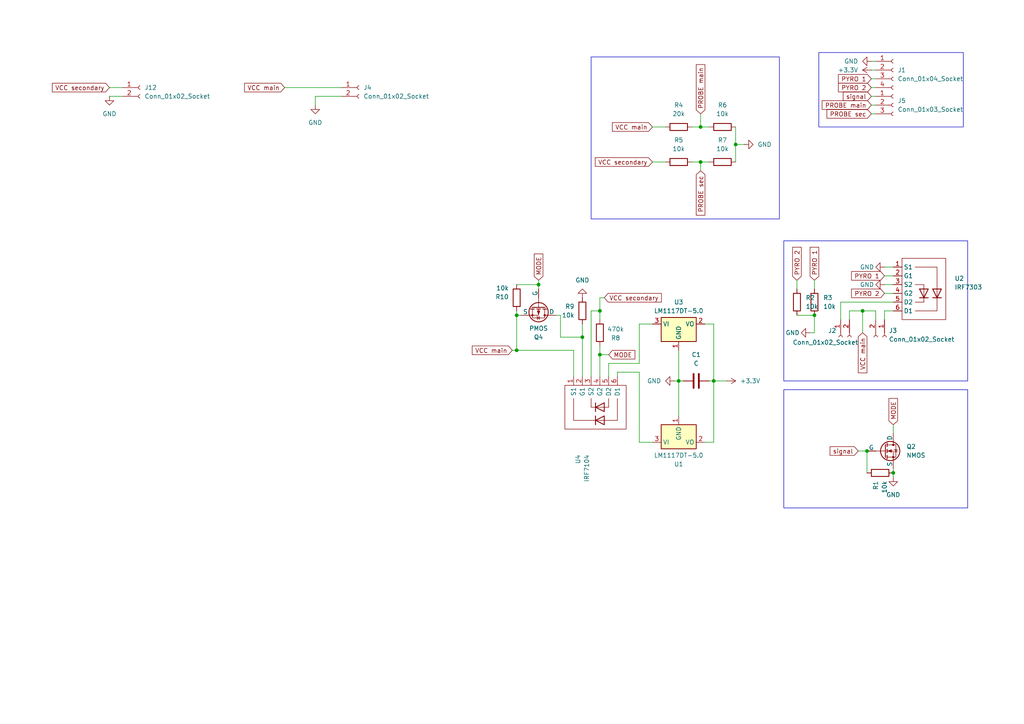
<source format=kicad_sch>
(kicad_sch (version 20250114) (generator "eeschema") (generator_version "9.0")
  (paper "A4")
  (lib_symbols
    (symbol "Connector:Conn_01x02_Socket" (pin_names (offset 1.016) (hide yes))
      (property "Reference" "J" (at 0 2.54 0))
      (property "Value" "Conn_01x02_Socket" (at 0 -5.08 0))
      (symbol "Conn_01x02_Socket_1_1"
        (polyline (pts (xy -1.27 0) (xy -0.508 0)) (stroke (width 0.1524)))
        (polyline (pts (xy -1.27 -2.54) (xy -0.508 -2.54)) (stroke (width 0.1524)))
        (arc (start 0 -0.508) (mid -0.5058 0) (end 0 0.508) (stroke (width 0.1524)))
        (arc (start 0 -3.048) (mid -0.5058 -2.54) (end 0 -2.032) (stroke (width 0.1524)))
        (pin passive line (at -5.08 0 0) (length 3.81) (name "Pin_1") (number "1"))
        (pin passive line (at -5.08 -2.54 0) (length 3.81) (name "Pin_2") (number "2"))
      )
    )
    (symbol "Connector:Conn_01x03_Socket" (pin_names (offset 1.016) (hide yes))
      (property "Reference" "J" (at 0 5.08 0))
      (property "Value" "Conn_01x03_Socket" (at 0 -5.08 0))
      (symbol "Conn_01x03_Socket_1_1"
        (polyline (pts (xy -1.27 2.54) (xy -0.508 2.54)) (stroke (width 0.1524)))
        (polyline (pts (xy -1.27 0) (xy -0.508 0)) (stroke (width 0.1524)))
        (polyline (pts (xy -1.27 -2.54) (xy -0.508 -2.54)) (stroke (width 0.1524)))
        (arc (start 0 2.032) (mid -0.5058 2.54) (end 0 3.048) (stroke (width 0.1524)))
        (arc (start 0 -0.508) (mid -0.5058 0) (end 0 0.508) (stroke (width 0.1524)))
        (arc (start 0 -3.048) (mid -0.5058 -2.54) (end 0 -2.032) (stroke (width 0.1524)))
        (pin passive line (at -5.08 2.54 0) (length 3.81) (name "Pin_1") (number "1"))
        (pin passive line (at -5.08 0 0) (length 3.81) (name "Pin_2") (number "2"))
        (pin passive line (at -5.08 -2.54 0) (length 3.81) (name "Pin_3") (number "3"))
      )
    )
    (symbol "Connector:Conn_01x04_Socket" (pin_names (offset 1.016) (hide yes))
      (property "Reference" "J" (at 0 5.08 0))
      (property "Value" "Conn_01x04_Socket" (at 0 -7.62 0))
      (symbol "Conn_01x04_Socket_1_1"
        (polyline (pts (xy -1.27 2.54) (xy -0.508 2.54)) (stroke (width 0.1524)))
        (polyline (pts (xy -1.27 0) (xy -0.508 0)) (stroke (width 0.1524)))
        (polyline (pts (xy -1.27 -2.54) (xy -0.508 -2.54)) (stroke (width 0.1524)))
        (polyline (pts (xy -1.27 -5.08) (xy -0.508 -5.08)) (stroke (width 0.1524)))
        (arc (start 0 2.032) (mid -0.5058 2.54) (end 0 3.048) (stroke (width 0.1524)))
        (arc (start 0 -0.508) (mid -0.5058 0) (end 0 0.508) (stroke (width 0.1524)))
        (arc (start 0 -3.048) (mid -0.5058 -2.54) (end 0 -2.032) (stroke (width 0.1524)))
        (arc (start 0 -5.588) (mid -0.5058 -5.08) (end 0 -4.572) (stroke (width 0.1524)))
        (pin passive line (at -5.08 2.54 0) (length 3.81) (name "Pin_1") (number "1"))
        (pin passive line (at -5.08 0 0) (length 3.81) (name "Pin_2") (number "2"))
        (pin passive line (at -5.08 -2.54 0) (length 3.81) (name "Pin_3") (number "3"))
        (pin passive line (at -5.08 -5.08 0) (length 3.81) (name "Pin_4") (number "4"))
      )
    )
    (symbol "Device:C" (pin_numbers (hide yes)) (pin_names (offset 0.254))
      (property "Reference" "C" (at 0.635 2.54 0))
      (property "Value" "C" (at 0.635 -2.54 0))
      (symbol "C_0_1"
        (polyline (pts (xy -2.032 0.762) (xy 2.032 0.762)) (stroke (width 0.508)))
        (polyline (pts (xy -2.032 -0.762) (xy 2.032 -0.762)) (stroke (width 0.508)))
      )
      (symbol "C_1_1"
        (pin passive line (at 0 3.81 270) (length 2.794) (name "~") (number "1"))
        (pin passive line (at 0 -3.81 90) (length 2.794) (name "~") (number "2"))
      )
    )
    (symbol "Device:R" (pin_numbers (hide yes)) (pin_names (offset 0))
      (property "Reference" "R" (at 2.032 0 90))
      (property "Value" "R" (at 0 0 90))
      (symbol "R_0_1"
        (rectangle (start -1.016 -2.54) (end 1.016 2.54) (stroke (width 0.254)))
      )
      (symbol "R_1_1"
        (pin passive line (at 0 3.81 270) (length 1.27) (name "~") (number "1"))
        (pin passive line (at 0 -3.81 90) (length 1.27) (name "~") (number "2"))
      )
    )
    (symbol "Regulator_Linear:LM1117DT-5.0"
      (property "Reference" "U" (at -3.81 3.175 0))
      (property "Value" "LM1117DT-5.0" (at 0 3.175 0))
      (symbol "LM1117DT-5.0_0_1"
        (rectangle (start -5.08 -5.08) (end 5.08 1.905) (stroke (width 0.254)) (fill (type background)))
      )
      (symbol "LM1117DT-5.0_1_1"
        (pin power_in line (at -7.62 0 0) (length 2.54) (name "VI") (number "3"))
        (pin power_in line (at 0 -7.62 90) (length 2.54) (name "GND") (number "1"))
        (pin power_out line (at 7.62 0 180) (length 2.54) (name "VO") (number "2"))
      )
    )
    (symbol "Simulation_SPICE:NMOS" (pin_numbers (hide yes)) (pin_names (offset 0))
      (property "Reference" "Q" (at 5.08 1.27 0))
      (property "Value" "NMOS" (at 5.08 -1.27 0))
      (symbol "NMOS_0_1"
        (polyline (pts (xy 0.254 1.905) (xy 0.254 -1.905)) (stroke (width 0.254)))
        (polyline (pts (xy 0.254 0) (xy -2.54 0)))
        (polyline (pts (xy 0.762 2.286) (xy 0.762 1.27)) (stroke (width 0.254)))
        (polyline (pts (xy 0.762 0.508) (xy 0.762 -0.508)) (stroke (width 0.254)))
        (polyline (pts (xy 0.762 -1.27) (xy 0.762 -2.286)) (stroke (width 0.254)))
        (polyline (pts (xy 0.762 -1.778) (xy 3.302 -1.778) (xy 3.302 1.778) (xy 0.762 1.778)))
        (polyline (pts (xy 1.016 0) (xy 2.032 0.381) (xy 2.032 -0.381) (xy 1.016 0)) (fill (type outline)))
        (circle (center 1.651 0) (radius 2.794) (stroke (width 0.254)))
        (polyline (pts (xy 2.54 2.54) (xy 2.54 1.778)))
        (circle (center 2.54 1.778) (radius 0.254) (fill (type outline)))
        (circle (center 2.54 -1.778) (radius 0.254) (fill (type outline)))
        (polyline (pts (xy 2.54 -2.54) (xy 2.54 0) (xy 0.762 0)))
        (polyline (pts (xy 2.794 0.508) (xy 2.921 0.381) (xy 3.683 0.381) (xy 3.81 0.254)))
        (polyline (pts (xy 3.302 0.381) (xy 2.921 -0.254) (xy 3.683 -0.254) (xy 3.302 0.381)))
      )
      (symbol "NMOS_1_1"
        (pin input line (at -5.08 0 0) (length 2.54) (name "G") (number "2"))
        (pin passive line (at 2.54 5.08 270) (length 2.54) (name "D") (number "1"))
        (pin passive line (at 2.54 -5.08 90) (length 2.54) (name "S") (number "3"))
      )
    )
    (symbol "Simulation_SPICE:PMOS" (pin_numbers (hide yes)) (pin_names (offset 0))
      (property "Reference" "Q" (at 5.08 1.27 0))
      (property "Value" "PMOS" (at 5.08 -1.27 0))
      (symbol "PMOS_0_1"
        (polyline (pts (xy 0.254 1.905) (xy 0.254 -1.905)) (stroke (width 0.254)))
        (polyline (pts (xy 0.254 0) (xy -2.54 0)))
        (polyline (pts (xy 0.762 2.286) (xy 0.762 1.27)) (stroke (width 0.254)))
        (polyline (pts (xy 0.762 1.778) (xy 3.302 1.778) (xy 3.302 -1.778) (xy 0.762 -1.778)))
        (polyline (pts (xy 0.762 0.508) (xy 0.762 -0.508)) (stroke (width 0.254)))
        (polyline (pts (xy 0.762 -1.27) (xy 0.762 -2.286)) (stroke (width 0.254)))
        (circle (center 1.651 0) (radius 2.794) (stroke (width 0.254)))
        (polyline (pts (xy 2.286 0) (xy 1.27 0.381) (xy 1.27 -0.381) (xy 2.286 0)) (fill (type outline)))
        (polyline (pts (xy 2.54 2.54) (xy 2.54 1.778)))
        (circle (center 2.54 1.778) (radius 0.254) (fill (type outline)))
        (circle (center 2.54 -1.778) (radius 0.254) (fill (type outline)))
        (polyline (pts (xy 2.54 -2.54) (xy 2.54 0) (xy 0.762 0)))
        (polyline (pts (xy 2.794 -0.508) (xy 2.921 -0.381) (xy 3.683 -0.381) (xy 3.81 -0.254)))
        (polyline (pts (xy 3.302 -0.381) (xy 2.921 0.254) (xy 3.683 0.254) (xy 3.302 -0.381)))
      )
      (symbol "PMOS_1_1"
        (pin input line (at -5.08 0 0) (length 2.54) (name "G") (number "2"))
        (pin passive line (at 2.54 5.08 270) (length 2.54) (name "D") (number "1"))
        (pin passive line (at 2.54 -5.08 90) (length 2.54) (name "S") (number "3"))
      )
    )
    (symbol "Transistor_FET:IRF7104"
      (property "Reference" "U" (at -5.588 4.318 0))
      (property "Value" "dual P channel mosfet" (at 6.858 8.636 0))
      (symbol "IRF7104_0_1"
        (rectangle (start 3.81 6.35) (end 16.51 -11.43))
        (polyline (pts (xy 7.62 -1.27) (xy 10.16 -1.27) (xy 10.16 -2.54)))
        (polyline (pts (xy 7.62 -6.35) (xy 10.16 -6.35)))
        (polyline (pts (xy 8.89 -2.54) (xy 11.43 -2.54)) (stroke (width 0.254)))
        (polyline (pts (xy 8.89 -5.08) (xy 11.43 -5.08) (xy 10.16 -2.54) (xy 8.89 -5.08)) (stroke (width 0.254)))
        (polyline (pts (xy 10.16 -2.54) (xy 10.16 -5.08)))
        (polyline (pts (xy 10.16 -5.08) (xy 10.16 -6.35)))
        (polyline (pts (xy 10.16 -6.35) (xy 10.16 -6.35)))
        (polyline (pts (xy 12.7 -2.54) (xy 15.24 -2.54)) (stroke (width 0.254)))
        (polyline (pts (xy 12.7 -5.08) (xy 15.24 -5.08) (xy 13.97 -2.54) (xy 12.7 -5.08)) (stroke (width 0.254)))
        (polyline (pts (xy 13.97 -2.54) (xy 13.97 -5.08)))
        (polyline (pts (xy 13.97 -2.54) (xy 13.97 3.81) (xy 7.62 3.81)))
        (polyline (pts (xy 13.97 -5.08) (xy 13.97 -8.89) (xy 7.62 -8.89)))
      )
      (symbol "IRF7104_1_1"
        (pin input line (at 1.27 3.81 0) (length 2.54) (name "S1") (number "1"))
        (pin input line (at 1.27 1.27 0) (length 2.54) (name "G1") (number "2"))
        (pin input line (at 1.27 -1.27 0) (length 2.54) (name "S2") (number "3"))
        (pin input line (at 1.27 -3.81 0) (length 2.54) (name "G2") (number "4"))
        (pin input line (at 1.27 -6.35 0) (length 2.54) (name "D2") (number "5"))
        (pin input line (at 1.27 -8.89 0) (length 2.54) (name "D1") (number "6"))
      )
    )
    (symbol "Transistor_FET:IRF7303"
      (property "Reference" "U" (at -5.588 4.318 0))
      (property "Value" "dual N channel mosfet" (at 7.366 8.128 0))
      (symbol "IRF7303_0_1"
        (rectangle (start 3.81 6.35) (end 16.51 -11.43))
        (polyline (pts (xy 7.62 -1.27) (xy 10.16 -1.27) (xy 10.16 -2.54)))
        (polyline (pts (xy 7.62 -6.35) (xy 10.16 -6.35)))
        (polyline (pts (xy 8.89 -2.54) (xy 11.43 -2.54) (xy 10.16 -5.08) (xy 8.89 -2.54)) (stroke (width 0.254)))
        (polyline (pts (xy 8.89 -5.08) (xy 11.43 -5.08)) (stroke (width 0.254)))
        (polyline (pts (xy 10.16 -2.54) (xy 10.16 -5.08)))
        (polyline (pts (xy 10.16 -5.08) (xy 10.16 -6.35)))
        (polyline (pts (xy 10.16 -6.35) (xy 10.16 -6.35)))
        (polyline (pts (xy 12.7 -2.54) (xy 15.24 -2.54) (xy 13.97 -5.08) (xy 12.7 -2.54)) (stroke (width 0.254)))
        (polyline (pts (xy 12.7 -5.08) (xy 15.24 -5.08)) (stroke (width 0.254)))
        (polyline (pts (xy 13.97 -2.54) (xy 13.97 -5.08)))
        (polyline (pts (xy 13.97 -2.54) (xy 13.97 3.81) (xy 7.62 3.81)))
        (polyline (pts (xy 13.97 -5.08) (xy 13.97 -8.89) (xy 7.62 -8.89)))
      )
      (symbol "IRF7303_1_1"
        (pin input line (at 1.27 3.81 0) (length 2.54) (name "S1") (number "1"))
        (pin input line (at 1.27 1.27 0) (length 2.54) (name "G1") (number "2"))
        (pin input line (at 1.27 -1.27 0) (length 2.54) (name "S2") (number "3"))
        (pin input line (at 1.27 -3.81 0) (length 2.54) (name "G2") (number "4"))
        (pin input line (at 1.27 -6.35 0) (length 2.54) (name "D2") (number "5"))
        (pin input line (at 1.27 -8.89 0) (length 2.54) (name "D1") (number "6"))
      )
    )
    (symbol "power:+3.3V" (power) (pin_numbers (hide yes)) (pin_names (offset 0) (hide yes))
      (property "Value" "+3.3V" (at 0 3.556 0))
      (symbol "+3.3V_0_1"
        (polyline (pts (xy -0.762 1.27) (xy 0 2.54)))
        (polyline (pts (xy 0 2.54) (xy 0.762 1.27)))
        (polyline (pts (xy 0 0) (xy 0 2.54)))
      )
      (symbol "+3.3V_1_1"
        (pin power_in line (at 0 0 90) (length 0) (name "~") (number "1"))
      )
    )
    (symbol "power:GND" (power) (pin_numbers (hide yes)) (pin_names (offset 0) (hide yes))
      (property "Value" "GND" (at 0 -3.81 0))
      (symbol "GND_0_1"
        (polyline (pts (xy 0 0) (xy 0 -1.27) (xy 1.27 -1.27) (xy 0 -2.54) (xy -1.27 -1.27) (xy 0 -1.27)))
      )
      (symbol "GND_1_1"
        (pin power_in line (at 0 0 270) (length 0) (name "~") (number "1"))
      )
    )
  )
  (rectangle (start 227.33 113.03) (end 280.67 147.32))
  (rectangle (start 171.45 16.51) (end 226.06 63.5))
  (rectangle (start 237.49 15.24) (end 279.4 36.83))
  (rectangle (start 227.33 69.85) (end 280.67 110.49))
  (junction (at 251.46 130.81))
  (junction (at 196.85 110.49))
  (junction (at 207.01 110.49))
  (junction (at 259.08 137.16))
  (junction (at 173.99 90.17))
  (junction (at 149.86 91.44))
  (junction (at 236.22 91.44))
  (junction (at 203.2 46.99))
  (junction (at 156.21 82.55))
  (junction (at 203.2 36.83))
  (junction (at 168.91 97.79))
  (junction (at 149.86 101.6))
  (junction (at 173.99 102.87))
  (junction (at 213.36 41.91))
  (junction (at 250.19 90.17))
  (wire (pts (xy 195.58 110.49) (xy 196.85 110.49)))
  (wire (pts (xy 236.22 91.44) (xy 236.22 96.52)))
  (wire (pts (xy 205.74 110.49) (xy 207.01 110.49)))
  (wire (pts (xy 151.13 91.44) (xy 149.86 91.44)))
  (wire (pts (xy 196.85 101.6) (xy 196.85 110.49)))
  (wire (pts (xy 156.21 81.28) (xy 156.21 82.55)))
  (wire (pts (xy 176.53 105.41) (xy 176.53 109.22)))
  (wire (pts (xy 207.01 93.98) (xy 204.47 93.98)))
  (wire (pts (xy 254 22.86) (xy 252.73 22.86)))
  (wire (pts (xy 200.66 46.99) (xy 203.2 46.99)))
  (wire (pts (xy 259.08 135.89) (xy 259.08 137.16)))
  (wire (pts (xy 179.07 109.22) (xy 179.07 107.95)))
  (wire (pts (xy 189.23 46.99) (xy 193.04 46.99)))
  (wire (pts (xy 254 30.48) (xy 252.73 30.48)))
  (wire (pts (xy 185.42 107.95) (xy 185.42 128.27)))
  (wire (pts (xy 162.56 91.44) (xy 162.56 97.79)))
  (wire (pts (xy 243.84 87.63) (xy 259.08 87.63)))
  (wire (pts (xy 168.91 93.98) (xy 168.91 97.79)))
  (wire (pts (xy 213.36 41.91) (xy 215.9 41.91)))
  (wire (pts (xy 173.99 90.17) (xy 173.99 86.36)))
  (wire (pts (xy 256.54 80.01) (xy 259.08 80.01)))
  (wire (pts (xy 149.86 82.55) (xy 156.21 82.55)))
  (wire (pts (xy 156.21 82.55) (xy 156.21 83.82)))
  (wire (pts (xy 254 17.78) (xy 252.73 17.78)))
  (wire (pts (xy 166.37 109.22) (xy 166.37 101.6)))
  (wire (pts (xy 236.22 96.52) (xy 234.95 96.52)))
  (wire (pts (xy 250.19 90.17) (xy 246.38 90.17)))
  (wire (pts (xy 82.55 25.4) (xy 99.06 25.4)))
  (wire (pts (xy 173.99 102.87) (xy 176.53 102.87)))
  (wire (pts (xy 213.36 41.91) (xy 213.36 46.99)))
  (wire (pts (xy 161.29 91.44) (xy 162.56 91.44)))
  (wire (pts (xy 251.46 137.16) (xy 251.46 130.81)))
  (wire (pts (xy 149.86 90.17) (xy 149.86 91.44)))
  (wire (pts (xy 256.54 90.17) (xy 259.08 90.17)))
  (wire (pts (xy 243.84 92.71) (xy 243.84 87.63)))
  (wire (pts (xy 254 90.17) (xy 250.19 90.17)))
  (wire (pts (xy 259.08 123.19) (xy 259.08 125.73)))
  (wire (pts (xy 185.42 93.98) (xy 185.42 105.41)))
  (wire (pts (xy 196.85 110.49) (xy 196.85 120.65)))
  (wire (pts (xy 236.22 81.28) (xy 236.22 83.82)))
  (wire (pts (xy 213.36 36.83) (xy 213.36 41.91)))
  (wire (pts (xy 256.54 82.55) (xy 259.08 82.55)))
  (wire (pts (xy 207.01 110.49) (xy 210.82 110.49)))
  (wire (pts (xy 256.54 77.47) (xy 259.08 77.47)))
  (wire (pts (xy 91.44 27.94) (xy 91.44 30.48)))
  (wire (pts (xy 185.42 93.98) (xy 189.23 93.98)))
  (wire (pts (xy 204.47 128.27) (xy 207.01 128.27)))
  (wire (pts (xy 254 25.4) (xy 252.73 25.4)))
  (wire (pts (xy 246.38 90.17) (xy 246.38 92.71)))
  (wire (pts (xy 256.54 92.71) (xy 256.54 90.17)))
  (wire (pts (xy 207.01 110.49) (xy 207.01 128.27)))
  (wire (pts (xy 256.54 85.09) (xy 259.08 85.09)))
  (wire (pts (xy 173.99 100.33) (xy 173.99 102.87)))
  (wire (pts (xy 207.01 93.98) (xy 207.01 110.49)))
  (wire (pts (xy 173.99 86.36) (xy 175.26 86.36)))
  (wire (pts (xy 31.75 25.4) (xy 35.56 25.4)))
  (wire (pts (xy 149.86 101.6) (xy 148.59 101.6)))
  (wire (pts (xy 196.85 110.49) (xy 198.12 110.49)))
  (wire (pts (xy 189.23 36.83) (xy 193.04 36.83)))
  (wire (pts (xy 171.45 109.22) (xy 171.45 90.17)))
  (wire (pts (xy 31.75 27.94) (xy 35.56 27.94)))
  (wire (pts (xy 231.14 81.28) (xy 231.14 83.82)))
  (wire (pts (xy 203.2 36.83) (xy 205.74 36.83)))
  (wire (pts (xy 99.06 27.94) (xy 91.44 27.94)))
  (wire (pts (xy 259.08 137.16) (xy 259.08 138.43)))
  (wire (pts (xy 231.14 91.44) (xy 236.22 91.44)))
  (wire (pts (xy 168.91 97.79) (xy 168.91 109.22)))
  (wire (pts (xy 254 27.94) (xy 252.73 27.94)))
  (wire (pts (xy 185.42 105.41) (xy 176.53 105.41)))
  (wire (pts (xy 171.45 90.17) (xy 173.99 90.17)))
  (wire (pts (xy 254 33.02) (xy 252.73 33.02)))
  (wire (pts (xy 254 92.71) (xy 254 90.17)))
  (wire (pts (xy 203.2 46.99) (xy 205.74 46.99)))
  (wire (pts (xy 200.66 36.83) (xy 203.2 36.83)))
  (wire (pts (xy 173.99 109.22) (xy 173.99 102.87)))
  (wire (pts (xy 149.86 91.44) (xy 149.86 101.6)))
  (wire (pts (xy 250.19 90.17) (xy 250.19 96.52)))
  (wire (pts (xy 179.07 107.95) (xy 185.42 107.95)))
  (wire (pts (xy 162.56 97.79) (xy 168.91 97.79)))
  (wire (pts (xy 173.99 92.71) (xy 173.99 90.17)))
  (wire (pts (xy 166.37 101.6) (xy 149.86 101.6)))
  (wire (pts (xy 254 20.32) (xy 252.73 20.32)))
  (wire (pts (xy 248.92 130.81) (xy 251.46 130.81)))
  (wire (pts (xy 185.42 128.27) (xy 189.23 128.27)))
  (wire (pts (xy 203.2 46.99) (xy 203.2 49.53)))
  (wire (pts (xy 203.2 33.02) (xy 203.2 36.83)))
  (global_label "MODE" (shape input) (at 176.53 102.87 0) (property "Intersheetrefs" "${INTERSHEET_REFS}" (effects (hide yes))))
  (global_label "signal" (shape input) (at 248.92 130.81 180) (property "Intersheetrefs" "${INTERSHEET_REFS}" (effects (hide yes))))
  (global_label "PYRO 2" (shape input) (at 231.14 81.28 90) (property "Intersheetrefs" "${INTERSHEET_REFS}" (effects (hide yes))))
  (global_label "PROBE sec" (shape input) (at 203.2 49.53 270) (property "Intersheetrefs" "${INTERSHEET_REFS}" (effects (hide yes))))
  (global_label "PYRO 1" (shape input) (at 252.73 22.86 180) (property "Intersheetrefs" "${INTERSHEET_REFS}" (effects (hide yes))))
  (global_label "VCC main" (shape input) (at 82.55 25.4 180) (property "Intersheetrefs" "${INTERSHEET_REFS}" (effects (hide yes))))
  (global_label "PROBE sec" (shape input) (at 252.73 33.02 180) (property "Intersheetrefs" "${INTERSHEET_REFS}" (effects (hide yes))))
  (global_label "PYRO 1" (shape input) (at 236.22 81.28 90) (property "Intersheetrefs" "${INTERSHEET_REFS}" (effects (hide yes))))
  (global_label "VCC secondary" (shape input) (at 31.75 25.4 180) (property "Intersheetrefs" "${INTERSHEET_REFS}" (effects (hide yes))))
  (global_label "PROBE main" (shape input) (at 252.73 30.48 180) (property "Intersheetrefs" "${INTERSHEET_REFS}" (effects (hide yes))))
  (global_label "PYRO 2" (shape input) (at 256.54 85.09 180) (property "Intersheetrefs" "${INTERSHEET_REFS}" (effects (hide yes))))
  (global_label "VCC main" (shape input) (at 250.19 96.52 270) (property "Intersheetrefs" "${INTERSHEET_REFS}" (effects (hide yes))))
  (global_label "MODE" (shape input) (at 259.08 123.19 90) (property "Intersheetrefs" "${INTERSHEET_REFS}" (effects (hide yes))))
  (global_label "signal" (shape input) (at 252.73 27.94 180) (property "Intersheetrefs" "${INTERSHEET_REFS}" (effects (hide yes))))
  (global_label "PYRO 1" (shape input) (at 256.54 80.01 180) (property "Intersheetrefs" "${INTERSHEET_REFS}" (effects (hide yes))))
  (global_label "VCC main" (shape input) (at 148.59 101.6 180) (property "Intersheetrefs" "${INTERSHEET_REFS}" (effects (hide yes))))
  (global_label "PYRO 2" (shape input) (at 252.73 25.4 180) (property "Intersheetrefs" "${INTERSHEET_REFS}" (effects (hide yes))))
  (global_label "VCC secondary" (shape input) (at 189.23 46.99 180) (property "Intersheetrefs" "${INTERSHEET_REFS}" (effects (hide yes))))
  (global_label "VCC secondary" (shape input) (at 175.26 86.36 0) (property "Intersheetrefs" "${INTERSHEET_REFS}" (effects (hide yes))))
  (global_label "PROBE main" (shape input) (at 203.2 33.02 90) (property "Intersheetrefs" "${INTERSHEET_REFS}" (effects (hide yes))))
  (global_label "MODE" (shape input) (at 156.21 81.28 90) (property "Intersheetrefs" "${INTERSHEET_REFS}" (effects (hide yes))))
  (global_label "VCC main" (shape input) (at 189.23 36.83 180) (property "Intersheetrefs" "${INTERSHEET_REFS}" (effects (hide yes))))
  (symbol (lib_id "Connector:Conn_01x02_Socket") (at 40.64 25.4 0) (unit 1)
    (property "Reference" "J12" (at 41.91 25.3999 0) (effects (justify left)))
    (property "Value" "Conn_01x02_Socket" (at 41.91 27.9399 0) (effects (justify left)))
    (property "Footprint" "Connector_PinSocket_2.54mm:PinSocket_1x02_P2.54mm_Vertical" (effects (hide yes)))
    (property "Description" "Generic connector, single row, 01x02, script generated" (effects (hide yes)))
  )
  (symbol (lib_id "power:GND") (at 234.95 96.52 270) (unit 1)
    (property "Reference" "#PWR012" (effects (hide yes)))
    (property "Value" "GND" (at 229.87 96.52 90))
    (property "Description" "Power symbol creates a global label with name \"GND\" , ground" (effects (hide yes)))
  )
  (symbol (lib_id "Device:R") (at 173.99 96.52 180) (unit 1)
    (property "Reference" "R8" (at 178.562 98.044 0))
    (property "Value" "470k" (at 178.562 95.504 0))
    (property "Footprint" "Resistor_THT:R_Axial_DIN0207_L6.3mm_D2.5mm_P10.16mm_Horizontal" (effects (hide yes)))
    (property "Description" "Resistor" (effects (hide yes)))
  )
  (symbol (lib_id "power:GND") (at 168.91 86.36 180) (unit 1)
    (property "Reference" "#PWR011" (effects (hide yes)))
    (property "Value" "GND" (at 168.91 81.28 0))
    (property "Description" "Power symbol creates a global label with name \"GND\" , ground" (effects (hide yes)))
  )
  (symbol (lib_id "Device:R") (at 231.14 87.63 180) (unit 1)
    (property "Reference" "R2" (at 233.68 86.3599 0) (effects (justify right)))
    (property "Value" "10k" (at 233.68 88.8999 0) (effects (justify right)))
    (property "Footprint" "Resistor_THT:R_Axial_DIN0207_L6.3mm_D2.5mm_P10.16mm_Horizontal" (effects (hide yes)))
    (property "Description" "Resistor" (effects (hide yes)))
  )
  (symbol (lib_id "Transistor_FET:IRF7303") (at 257.81 81.28 0) (unit 1)
    (property "Reference" "U2" (at 276.86 80.7691 0) (effects (justify left)))
    (property "Value" "IRF7303" (at 276.86 83.3091 0) (effects (justify left)))
    (property "Footprint" "Package_TO_SOT_SMD:IRF7303" (effects (hide yes)))
  )
  (symbol (lib_id "power:GND") (at 215.9 41.91 90) (unit 1)
    (property "Reference" "#PWR09" (effects (hide yes)))
    (property "Value" "GND" (at 219.71 41.9099 90) (effects (justify right)))
    (property "Description" "Power symbol creates a global label with name \"GND\" , ground" (effects (hide yes)))
  )
  (symbol (lib_id "power:GND") (at 91.44 30.48 0) (unit 1)
    (property "Reference" "#PWR03" (effects (hide yes)))
    (property "Value" "GND" (at 91.44 35.56 0))
    (property "Description" "Power symbol creates a global label with name \"GND\" , ground" (effects (hide yes)))
  )
  (symbol (lib_id "Simulation_SPICE:PMOS") (at 156.21 88.9 270) (unit 1)
    (property "Reference" "Q4" (at 156.21 97.79 90))
    (property "Value" "PMOS" (at 156.21 95.25 90))
    (property "Footprint" "Package_TO_SOT_SMD:TO-252-2" (effects (hide yes)))
    (property "Datasheet" "https://ngspice.sourceforge.io/docs/ngspice-html-manual/manual.xhtml#cha_MOSFETs" (effects (hide yes)))
    (property "Description" "P-MOSFET transistor, drain/source/gate" (effects (hide yes)))
    (property "Sim.Device" "PMOS" (effects (hide yes)))
    (property "Sim.Type" "VDMOS" (effects (hide yes)))
    (property "Sim.Pins" "1=D 2=G 3=S" (effects (hide yes)))
  )
  (symbol (lib_id "power:GND") (at 259.08 138.43 0) (unit 1)
    (property "Reference" "#PWR02" (effects (hide yes)))
    (property "Value" "GND" (at 259.08 143.51 0))
    (property "Description" "Power symbol creates a global label with name \"GND\" , ground" (effects (hide yes)))
  )
  (symbol (lib_id "Connector:Conn_01x04_Socket") (at 259.08 20.32 0) (unit 1)
    (property "Reference" "J1" (at 260.35 20.3199 0) (effects (justify left)))
    (property "Value" "Conn_01x04_Socket" (at 260.35 22.8599 0) (effects (justify left)))
    (property "Footprint" "Connector_JST:JST_XH_B4B-XH-A_1x04_P2.50mm_Vertical" (effects (hide yes)))
    (property "Description" "Generic connector, single row, 01x04, script generated" (effects (hide yes)))
  )
  (symbol (lib_id "power:+3.3V") (at 210.82 110.49 270) (unit 1)
    (property "Reference" "#PWR04" (effects (hide yes)))
    (property "Value" "+3.3V" (at 214.63 110.4899 90) (effects (justify left)))
    (property "Description" "Power symbol creates a global label with name \"+3.3V\"" (effects (hide yes)))
  )
  (symbol (lib_id "Transistor_FET:IRF7104") (at 170.18 107.95 90) (mirror x) (unit 1)
    (property "Reference" "U4" (at 167.64 131.826 0) (effects (justify left)))
    (property "Value" "IRF7104" (at 170.18 131.826 0) (effects (justify left)))
    (property "Footprint" "Package_TO_SOT_SMD:IRF7104" (effects (hide yes)))
  )
  (symbol (lib_id "Simulation_SPICE:NMOS") (at 256.54 130.81 0) (unit 1)
    (property "Reference" "Q2" (at 262.89 129.5399 0) (effects (justify left)))
    (property "Value" "NMOS" (at 262.89 132.0799 0) (effects (justify left)))
    (property "Footprint" "Package_TO_SOT_SMD:SOT-23" (effects (hide yes)))
    (property "Datasheet" "https://ngspice.sourceforge.io/docs/ngspice-html-manual/manual.xhtml#cha_MOSFETs" (effects (hide yes)))
    (property "Description" "N-MOSFET transistor, drain/source/gate" (effects (hide yes)))
    (property "Sim.Device" "NMOS" (effects (hide yes)))
    (property "Sim.Type" "VDMOS" (effects (hide yes)))
    (property "Sim.Pins" "1=D 2=G 3=S" (effects (hide yes)))
  )
  (symbol (lib_id "Device:R") (at 209.55 46.99 90) (unit 1)
    (property "Reference" "R7" (at 209.55 40.64 90))
    (property "Value" "10k" (at 209.55 43.18 90))
    (property "Footprint" "Resistor_THT:R_Axial_DIN0207_L6.3mm_D2.5mm_P10.16mm_Horizontal" (effects (hide yes)))
    (property "Description" "Resistor" (effects (hide yes)))
  )
  (symbol (lib_id "Device:R") (at 168.91 90.17 0) (mirror y) (unit 1)
    (property "Reference" "R9" (at 166.624 88.9 0) (effects (justify left)))
    (property "Value" "10k" (at 166.624 91.44 0) (effects (justify left)))
    (property "Footprint" "Resistor_THT:R_Axial_DIN0207_L6.3mm_D2.5mm_P10.16mm_Horizontal" (effects (hide yes)))
    (property "Description" "Resistor" (effects (hide yes)))
  )
  (symbol (lib_id "Device:C") (at 201.93 110.49 90) (unit 1)
    (property "Reference" "C1" (at 201.93 102.87 90))
    (property "Value" "C" (at 201.93 105.41 90))
    (property "Footprint" "Capacitor_THT:CP_Radial_D5.0mm_P2.00mm" (effects (hide yes)))
    (property "Description" "Unpolarized capacitor" (effects (hide yes)))
  )
  (symbol (lib_id "Regulator_Linear:LM1117DT-5.0") (at 196.85 93.98 0) (unit 1)
    (property "Reference" "U3" (at 196.85 87.63 0))
    (property "Value" "LM1117DT-5.0" (at 196.85 90.17 0))
    (property "Footprint" "Package_TO_SOT_SMD:TO-252-2" (effects (hide yes)))
    (property "Datasheet" "http://www.ti.com/lit/ds/symlink/lm1117.pdf" (effects (hide yes)))
    (property "Description" "800mA Low-Dropout Linear Regulator, 5.0V fixed output, TO-252" (effects (hide yes)))
  )
  (symbol (lib_id "Device:R") (at 236.22 87.63 0) (unit 1)
    (property "Reference" "R3" (at 238.76 86.3599 0) (effects (justify left)))
    (property "Value" "10k" (at 238.76 88.8999 0) (effects (justify left)))
    (property "Footprint" "Resistor_THT:R_Axial_DIN0207_L6.3mm_D2.5mm_P10.16mm_Horizontal" (effects (hide yes)))
    (property "Description" "Resistor" (effects (hide yes)))
  )
  (symbol (lib_id "Device:R") (at 209.55 36.83 90) (unit 1)
    (property "Reference" "R6" (at 209.55 30.48 90))
    (property "Value" "10k" (at 209.55 33.02 90))
    (property "Footprint" "Resistor_THT:R_Axial_DIN0207_L6.3mm_D2.5mm_P10.16mm_Horizontal" (effects (hide yes)))
    (property "Description" "Resistor" (effects (hide yes)))
  )
  (symbol (lib_id "Device:R") (at 149.86 86.36 180) (unit 1)
    (property "Reference" "R10" (at 147.574 86.106 0) (effects (justify left)))
    (property "Value" "10k" (at 147.574 83.566 0) (effects (justify left)))
    (property "Footprint" "Resistor_THT:R_Axial_DIN0207_L6.3mm_D2.5mm_P10.16mm_Horizontal" (effects (hide yes)))
    (property "Description" "Resistor" (effects (hide yes)))
  )
  (symbol (lib_id "power:+3.3V") (at 252.73 20.32 90) (unit 1)
    (property "Reference" "#PWR06" (effects (hide yes)))
    (property "Value" "+3.3V" (at 248.92 20.3199 90) (effects (justify left)))
    (property "Description" "Power symbol creates a global label with name \"+3.3V\"" (effects (hide yes)))
  )
  (symbol (lib_id "power:GND") (at 256.54 82.55 270) (unit 1)
    (property "Reference" "#PWR07" (effects (hide yes)))
    (property "Value" "GND" (at 251.46 82.55 90))
    (property "Description" "Power symbol creates a global label with name \"GND\" , ground" (effects (hide yes)))
  )
  (symbol (lib_id "Regulator_Linear:LM1117DT-5.0") (at 196.85 128.27 0) (mirror x) (unit 1)
    (property "Reference" "U1" (at 196.85 134.62 0))
    (property "Value" "LM1117DT-5.0" (at 196.85 132.08 0))
    (property "Footprint" "Package_TO_SOT_SMD:TO-252-2" (effects (hide yes)))
    (property "Datasheet" "http://www.ti.com/lit/ds/symlink/lm1117.pdf" (effects (hide yes)))
    (property "Description" "800mA Low-Dropout Linear Regulator, 5.0V fixed output, TO-252" (effects (hide yes)))
  )
  (symbol (lib_id "Device:R") (at 196.85 36.83 90) (unit 1)
    (property "Reference" "R4" (at 196.85 30.48 90))
    (property "Value" "20k" (at 196.85 33.02 90))
    (property "Footprint" "Resistor_THT:R_Axial_DIN0207_L6.3mm_D2.5mm_P10.16mm_Horizontal" (effects (hide yes)))
    (property "Description" "Resistor" (effects (hide yes)))
  )
  (symbol (lib_id "power:GND") (at 252.73 17.78 270) (unit 1)
    (property "Reference" "#PWR05" (effects (hide yes)))
    (property "Value" "GND" (at 248.92 17.7799 90) (effects (justify right)))
    (property "Description" "Power symbol creates a global label with name \"GND\" , ground" (effects (hide yes)))
  )
  (symbol (lib_id "Connector:Conn_01x03_Socket") (at 259.08 30.48 0) (unit 1)
    (property "Reference" "J5" (at 260.35 29.2099 0) (effects (justify left)))
    (property "Value" "Conn_01x03_Socket" (at 260.35 31.7499 0) (effects (justify left)))
    (property "Footprint" "Connector_JST:JST_XH_B3B-XH-A_1x03_P2.50mm_Vertical" (effects (hide yes)))
    (property "Description" "Generic connector, single row, 01x03, script generated" (effects (hide yes)))
  )
  (symbol (lib_id "Device:R") (at 255.27 137.16 90) (mirror x) (unit 1)
    (property "Reference" "R1" (at 254 139.446 0) (effects (justify left)))
    (property "Value" "10k" (at 256.54 139.446 0) (effects (justify left)))
    (property "Footprint" "Resistor_THT:R_Axial_DIN0207_L6.3mm_D2.5mm_P10.16mm_Horizontal" (effects (hide yes)))
    (property "Description" "Resistor" (effects (hide yes)))
  )
  (symbol (lib_id "power:GND") (at 31.75 27.94 0) (unit 1)
    (property "Reference" "#PWR010" (effects (hide yes)))
    (property "Value" "GND" (at 31.75 33.02 0))
    (property "Description" "Power symbol creates a global label with name \"GND\" , ground" (effects (hide yes)))
  )
  (symbol (lib_id "Connector:Conn_01x02_Socket") (at 104.14 25.4 0) (unit 1)
    (property "Reference" "J4" (at 105.41 25.3999 0) (effects (justify left)))
    (property "Value" "Conn_01x02_Socket" (at 105.41 27.9399 0) (effects (justify left)))
    (property "Footprint" "Connector_JST:JST_XH_B2B-XH-A_1x02_P2.50mm_Vertical" (effects (hide yes)))
    (property "Description" "Generic connector, single row, 01x02, script generated" (effects (hide yes)))
  )
  (symbol (lib_id "power:GND") (at 195.58 110.49 270) (unit 1)
    (property "Reference" "#PWR01" (effects (hide yes)))
    (property "Value" "GND" (at 191.77 110.4899 90) (effects (justify right)))
    (property "Description" "Power symbol creates a global label with name \"GND\" , ground" (effects (hide yes)))
  )
  (symbol (lib_id "Connector:Conn_01x02_Socket") (at 256.54 97.79 270) (unit 1)
    (property "Reference" "J3" (at 257.81 95.8849 90) (effects (justify left)))
    (property "Value" "Conn_01x02_Socket" (at 257.81 98.4249 90) (effects (justify left)))
    (property "Footprint" "ark:TerminalBlock_bornier-2_P5.08mm" (effects (hide yes)))
    (property "Description" "Generic connector, single row, 01x02, script generated" (effects (hide yes)))
  )
  (symbol (lib_id "Connector:Conn_01x02_Socket") (at 243.84 97.79 90) (mirror x) (unit 1)
    (property "Reference" "J2" (at 242.57 95.8849 90) (effects (justify left)))
    (property "Value" "Conn_01x02_Socket" (at 248.92 99.314 90) (effects (justify left)))
    (property "Footprint" "ark:TerminalBlock_bornier-2_P5.08mm" (effects (hide yes)))
    (property "Description" "Generic connector, single row, 01x02, script generated" (effects (hide yes)))
  )
  (symbol (lib_id "Device:R") (at 196.85 46.99 90) (unit 1)
    (property "Reference" "R5" (at 196.85 40.64 90))
    (property "Value" "10k" (at 196.85 43.18 90))
    (property "Footprint" "Resistor_THT:R_Axial_DIN0207_L6.3mm_D2.5mm_P10.16mm_Horizontal" (effects (hide yes)))
    (property "Description" "Resistor" (effects (hide yes)))
  )
  (symbol (lib_id "power:GND") (at 256.54 77.47 270) (unit 1)
    (property "Reference" "#PWR08" (effects (hide yes)))
    (property "Value" "GND" (at 251.46 77.47 90))
    (property "Description" "Power symbol creates a global label with name \"GND\" , ground" (effects (hide yes)))
  )
)
</source>
